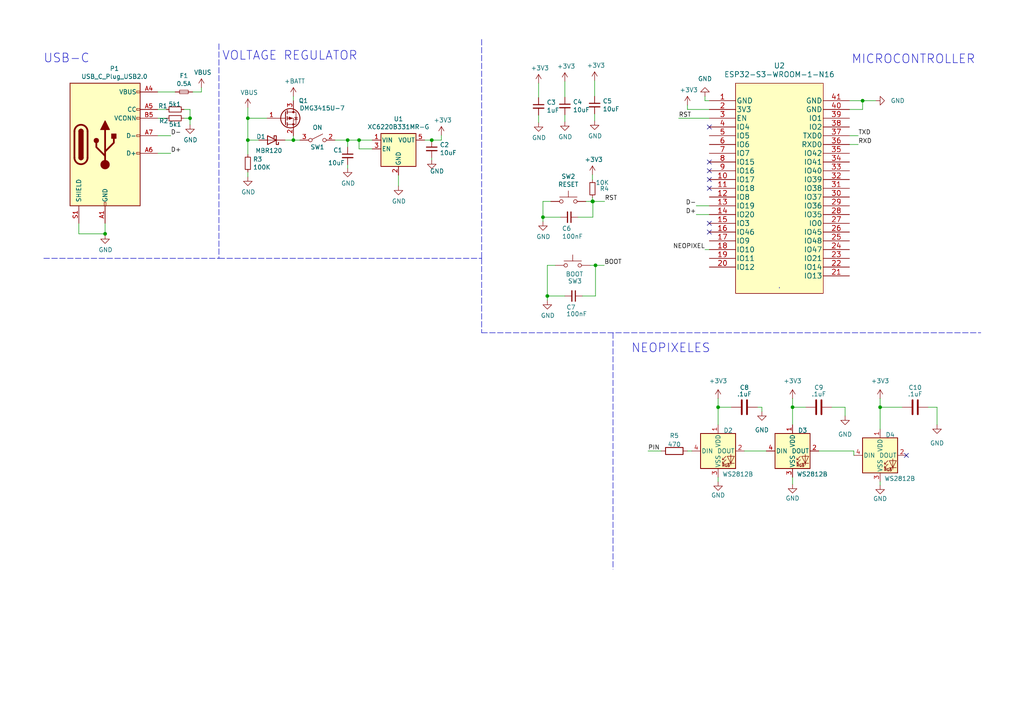
<source format=kicad_sch>
(kicad_sch (version 20231120) (generator "eeschema") (generator_version "8.0")
  (paper "A4")
  (lib_symbols
    (symbol "+3V3_1" (power) (pin_numbers hide) (pin_names (offset 0) hide)
      (property "Value" "+3V3" (at 0 3.556 0))
      (symbol "+3V3_1_0_1"
        (polyline (pts (xy -0.762 1.27) (xy 0 2.54)))
        (polyline (pts (xy 0 0) (xy 0 2.54)))
        (polyline (pts (xy 0 2.54) (xy 0.762 1.27)))
      )
      (symbol "+3V3_1_1_1"
        (pin power_in line (at 0 0 90) (length 0) (name "~") (number "1"))
      )
    )
    (symbol "Device:C" (pin_numbers hide) (pin_names (offset 0.254))
      (property "Reference" "C" (at 0.635 2.54 0))
      (property "Value" "C" (at 0.635 -2.54 0))
      (symbol "C_0_1"
        (polyline (pts (xy -2.032 -0.762) (xy 2.032 -0.762)) (stroke (width 0.508)))
        (polyline (pts (xy -2.032 0.762) (xy 2.032 0.762)) (stroke (width 0.508)))
      )
      (symbol "C_1_1"
        (pin passive line (at 0 3.81 270) (length 2.794) (name "~") (number "1"))
        (pin passive line (at 0 -3.81 90) (length 2.794) (name "~") (number "2"))
      )
    )
    (symbol "Device:C_Small" (pin_numbers hide) (pin_names (offset 0.254) hide)
      (property "Reference" "C" (at 0.254 1.778 0))
      (property "Value" "C_Small" (at 0.254 -2.032 0))
      (symbol "C_Small_0_1"
        (polyline (pts (xy -1.524 -0.508) (xy 1.524 -0.508)) (stroke (width 0.3302)))
        (polyline (pts (xy -1.524 0.508) (xy 1.524 0.508)) (stroke (width 0.3048)))
      )
      (symbol "C_Small_1_1"
        (pin passive line (at 0 2.54 270) (length 2.032) (name "~") (number "1"))
        (pin passive line (at 0 -2.54 90) (length 2.032) (name "~") (number "2"))
      )
    )
    (symbol "Device:Fuse_Small" (pin_numbers hide) (pin_names (offset 0.254) hide)
      (property "Reference" "F" (at 0 -1.524 0))
      (property "Value" "Fuse_Small" (at 0 1.524 0))
      (symbol "Fuse_Small_0_1"
        (rectangle (start -1.27 0.508) (end 1.27 -0.508))
        (polyline (pts (xy -1.27 0) (xy 1.27 0)))
      )
      (symbol "Fuse_Small_1_1"
        (pin passive line (at -2.54 0 0) (length 1.27) (name "~") (number "1"))
        (pin passive line (at 2.54 0 180) (length 1.27) (name "~") (number "2"))
      )
    )
    (symbol "Device:Q_PMOS_GSD" (pin_names (offset 0) hide)
      (property "Reference" "Q" (at 5.08 1.27 0))
      (property "Value" "Q_PMOS_GSD" (at 5.08 -1.27 0))
      (symbol "Q_PMOS_GSD_0_1"
        (polyline (pts (xy 0.254 0) (xy -2.54 0)))
        (polyline (pts (xy 0.254 1.905) (xy 0.254 -1.905)) (stroke (width 0.254)))
        (polyline (pts (xy 0.762 -1.27) (xy 0.762 -2.286)) (stroke (width 0.254)))
        (polyline (pts (xy 0.762 0.508) (xy 0.762 -0.508)) (stroke (width 0.254)))
        (polyline (pts (xy 0.762 2.286) (xy 0.762 1.27)) (stroke (width 0.254)))
        (polyline (pts (xy 2.54 2.54) (xy 2.54 1.778)))
        (polyline (pts (xy 2.54 -2.54) (xy 2.54 0) (xy 0.762 0)))
        (polyline (pts (xy 0.762 1.778) (xy 3.302 1.778) (xy 3.302 -1.778) (xy 0.762 -1.778)))
        (polyline (pts (xy 2.286 0) (xy 1.27 0.381) (xy 1.27 -0.381) (xy 2.286 0)) (fill (type outline)))
        (polyline (pts (xy 2.794 -0.508) (xy 2.921 -0.381) (xy 3.683 -0.381) (xy 3.81 -0.254)))
        (polyline (pts (xy 3.302 -0.381) (xy 2.921 0.254) (xy 3.683 0.254) (xy 3.302 -0.381)))
        (circle (center 1.651 0) (radius 2.794) (stroke (width 0.254)))
        (circle (center 2.54 -1.778) (radius 0.254) (fill (type outline)))
        (circle (center 2.54 1.778) (radius 0.254) (fill (type outline)))
      )
      (symbol "Q_PMOS_GSD_1_1"
        (pin input line (at -5.08 0 0) (length 2.54) (name "G") (number "1"))
        (pin passive line (at 2.54 -5.08 90) (length 2.54) (name "S") (number "2"))
        (pin passive line (at 2.54 5.08 270) (length 2.54) (name "D") (number "3"))
      )
    )
    (symbol "Device:R" (pin_numbers hide) (pin_names (offset 0))
      (property "Reference" "R" (at 2.032 0 90))
      (property "Value" "R" (at 0 0 90))
      (symbol "R_0_1"
        (rectangle (start -1.016 -2.54) (end 1.016 2.54) (stroke (width 0.254)))
      )
      (symbol "R_1_1"
        (pin passive line (at 0 3.81 270) (length 1.27) (name "~") (number "1"))
        (pin passive line (at 0 -3.81 90) (length 1.27) (name "~") (number "2"))
      )
    )
    (symbol "Device:R_Small" (pin_numbers hide) (pin_names (offset 0.254) hide)
      (property "Reference" "R" (at 0.762 0.508 0))
      (property "Value" "R_Small" (at 0.762 -1.016 0))
      (symbol "R_Small_0_1"
        (rectangle (start -0.762 1.778) (end 0.762 -1.778) (stroke (width 0.2032)))
      )
      (symbol "R_Small_1_1"
        (pin passive line (at 0 2.54 270) (length 0.762) (name "~") (number "1"))
        (pin passive line (at 0 -2.54 90) (length 0.762) (name "~") (number "2"))
      )
    )
    (symbol "Diode:MBR340" (pin_numbers hide) (pin_names (offset 1.016) hide)
      (property "Reference" "D" (at 0 2.54 0))
      (property "Value" "MBR340" (at 0 -2.54 0))
      (symbol "MBR340_0_1"
        (polyline (pts (xy 1.27 0) (xy -1.27 0)))
        (polyline (pts (xy 1.27 1.27) (xy 1.27 -1.27) (xy -1.27 0) (xy 1.27 1.27)) (stroke (width 0.254)))
        (polyline (pts (xy -1.905 0.635) (xy -1.905 1.27) (xy -1.27 1.27) (xy -1.27 -1.27) (xy -0.635 -1.27) (xy -0.635 -0.635)) (stroke (width 0.254)))
      )
      (symbol "MBR340_1_1"
        (pin passive line (at -3.81 0 0) (length 2.54) (name "K") (number "1"))
        (pin passive line (at 3.81 0 180) (length 2.54) (name "A") (number "2"))
      )
    )
    (symbol "ESP32-S3-WROOM:ESP32-S3-WROOM-1-N8" (pin_names (offset 0.254))
      (property "Reference" "U1" (at 20.32 11.43 0))
      (property "Value" "ESP32-S3-WROOM-1U-N16" (at 20.32 7.62 0))
      (symbol "ESP32-S3-WROOM-1-N8_1_1"
        (polyline (pts (xy 7.62 -55.88) (xy 33.02 -55.88)) (stroke (width 0.127)))
        (polyline (pts (xy 7.62 5.08) (xy 7.62 -55.88)) (stroke (width 0.127)) (fill (type background)))
        (polyline (pts (xy 33.02 -55.88) (xy 33.02 5.08)) (stroke (width 0.127)))
        (polyline (pts (xy 33.02 5.08) (xy 7.62 5.08)) (stroke (width 0.127)))
        (rectangle (start 7.62 5.08) (end 33.02 -55.88) (fill (type background)))
        (pin power_in line (at 0 0 0) (length 7.62) (name "GND") (number "1"))
        (pin bidirectional line (at 0 -22.86 0) (length 7.62) (name "IO17") (number "10"))
        (pin bidirectional line (at 0 -25.4 0) (length 7.62) (name "IO18") (number "11"))
        (pin bidirectional line (at 0 -27.94 0) (length 7.62) (name "IO8") (number "12"))
        (pin bidirectional line (at 0 -30.48 0) (length 7.62) (name "IO19") (number "13"))
        (pin bidirectional line (at 0 -33.02 0) (length 7.62) (name "IO20") (number "14"))
        (pin bidirectional line (at 0 -35.56 0) (length 7.62) (name "IO3") (number "15"))
        (pin bidirectional line (at 0 -38.1 0) (length 7.62) (name "IO46") (number "16"))
        (pin bidirectional line (at 0 -40.64 0) (length 7.62) (name "IO9") (number "17"))
        (pin bidirectional line (at 0 -43.18 0) (length 7.62) (name "IO10") (number "18"))
        (pin bidirectional line (at 0 -45.72 0) (length 7.62) (name "IO11") (number "19"))
        (pin power_in line (at 0 -2.54 0) (length 7.62) (name "3V3") (number "2"))
        (pin bidirectional line (at 0 -48.26 0) (length 7.62) (name "IO12") (number "20"))
        (pin bidirectional line (at 40.64 -50.8 180) (length 7.62) (name "IO13") (number "21"))
        (pin bidirectional line (at 40.64 -48.26 180) (length 7.62) (name "IO14") (number "22"))
        (pin bidirectional line (at 40.64 -45.72 180) (length 7.62) (name "IO21") (number "23"))
        (pin bidirectional line (at 40.64 -43.18 180) (length 7.62) (name "IO47") (number "24"))
        (pin bidirectional line (at 40.64 -40.64 180) (length 7.62) (name "IO48") (number "25"))
        (pin bidirectional line (at 40.64 -38.1 180) (length 7.62) (name "IO45") (number "26"))
        (pin bidirectional line (at 40.64 -35.56 180) (length 7.62) (name "IO0") (number "27"))
        (pin bidirectional line (at 40.64 -33.02 180) (length 7.62) (name "IO35") (number "28"))
        (pin bidirectional line (at 40.64 -30.48 180) (length 7.62) (name "IO36") (number "29"))
        (pin input line (at 0 -5.08 0) (length 7.62) (name "EN") (number "3"))
        (pin bidirectional line (at 40.64 -27.94 180) (length 7.62) (name "IO37") (number "30"))
        (pin bidirectional line (at 40.64 -25.4 180) (length 7.62) (name "IO38") (number "31"))
        (pin bidirectional line (at 40.64 -22.86 180) (length 7.62) (name "IO39") (number "32"))
        (pin bidirectional line (at 40.64 -20.32 180) (length 7.62) (name "IO40") (number "33"))
        (pin bidirectional line (at 40.64 -17.78 180) (length 7.62) (name "IO41") (number "34"))
        (pin bidirectional line (at 40.64 -15.24 180) (length 7.62) (name "IO42") (number "35"))
        (pin bidirectional line (at 40.64 -12.7 180) (length 7.62) (name "RXD0") (number "36"))
        (pin bidirectional line (at 40.64 -10.16 180) (length 7.62) (name "TXD0") (number "37"))
        (pin bidirectional line (at 40.64 -7.62 180) (length 7.62) (name "IO2") (number "38"))
        (pin bidirectional line (at 40.64 -5.08 180) (length 7.62) (name "IO1") (number "39"))
        (pin bidirectional line (at 0 -7.62 0) (length 7.62) (name "IO4") (number "4"))
        (pin power_in line (at 40.64 -2.54 180) (length 7.62) (name "GND") (number "40"))
        (pin power_in line (at 40.64 0 180) (length 7.62) (name "GND") (number "41"))
        (pin bidirectional line (at 0 -10.16 0) (length 7.62) (name "IO5") (number "5"))
        (pin bidirectional line (at 0 -12.7 0) (length 7.62) (name "IO6") (number "6"))
        (pin bidirectional line (at 0 -15.24 0) (length 7.62) (name "IO7") (number "7"))
        (pin bidirectional line (at 0 -17.78 0) (length 7.62) (name "IO15") (number "8"))
        (pin bidirectional line (at 0 -20.32 0) (length 7.62) (name "IO16") (number "9"))
      )
    )
    (symbol "GND_11" (power) (pin_names (offset 0))
      (property "Value" "GND_11" (at 0 -3.81 0))
      (symbol "GND_11_0_1"
        (polyline (pts (xy 0 0) (xy 0 -1.27) (xy 1.27 -1.27) (xy 0 -2.54) (xy -1.27 -1.27) (xy 0 -1.27)))
      )
      (symbol "GND_11_1_1"
        (pin power_in line (at 0 0 270) (length 0) hide (name "GND") (number "1"))
      )
    )
    (symbol "GND_12" (power) (pin_names (offset 0))
      (property "Value" "GND_12" (at 0 -3.81 0))
      (symbol "GND_12_0_1"
        (polyline (pts (xy 0 0) (xy 0 -1.27) (xy 1.27 -1.27) (xy 0 -2.54) (xy -1.27 -1.27) (xy 0 -1.27)))
      )
      (symbol "GND_12_1_1"
        (pin power_in line (at 0 0 270) (length 0) hide (name "GND") (number "1"))
      )
    )
    (symbol "GND_13" (power) (pin_names (offset 0))
      (property "Value" "GND_13" (at 0 -3.81 0))
      (symbol "GND_13_0_1"
        (polyline (pts (xy 0 0) (xy 0 -1.27) (xy 1.27 -1.27) (xy 0 -2.54) (xy -1.27 -1.27) (xy 0 -1.27)))
      )
      (symbol "GND_13_1_1"
        (pin power_in line (at 0 0 270) (length 0) hide (name "GND") (number "1"))
      )
    )
    (symbol "GND_14" (power) (pin_names (offset 0))
      (property "Value" "GND_14" (at 0 -3.81 0))
      (symbol "GND_14_0_1"
        (polyline (pts (xy 0 0) (xy 0 -1.27) (xy 1.27 -1.27) (xy 0 -2.54) (xy -1.27 -1.27) (xy 0 -1.27)))
      )
      (symbol "GND_14_1_1"
        (pin power_in line (at 0 0 270) (length 0) hide (name "GND") (number "1"))
      )
    )
    (symbol "GND_15" (power) (pin_names (offset 0))
      (property "Value" "GND_15" (at 0 -3.81 0))
      (symbol "GND_15_0_1"
        (polyline (pts (xy 0 0) (xy 0 -1.27) (xy 1.27 -1.27) (xy 0 -2.54) (xy -1.27 -1.27) (xy 0 -1.27)))
      )
      (symbol "GND_15_1_1"
        (pin power_in line (at 0 0 270) (length 0) hide (name "GND") (number "1"))
      )
    )
    (symbol "GND_16" (power) (pin_names (offset 0))
      (property "Value" "GND_16" (at 0 -3.81 0))
      (symbol "GND_16_0_1"
        (polyline (pts (xy 0 0) (xy 0 -1.27) (xy 1.27 -1.27) (xy 0 -2.54) (xy -1.27 -1.27) (xy 0 -1.27)))
      )
      (symbol "GND_16_1_1"
        (pin power_in line (at 0 0 270) (length 0) hide (name "GND") (number "1"))
      )
    )
    (symbol "HunterCat-NFC-rescue:AP2112K-3.3-Regulator_Linear" (pin_names (offset 0.254))
      (property "Reference" "U" (at -5.08 5.715 0))
      (property "Value" "AP2112K-3.3-Regulator_Linear" (at 0 5.715 0))
      (symbol "AP2112K-3.3-Regulator_Linear_0_1"
        (rectangle (start -5.08 4.445) (end 5.08 -5.08) (stroke (width 0.254)) (fill (type background)))
      )
      (symbol "AP2112K-3.3-Regulator_Linear_1_1"
        (pin power_in line (at -7.62 2.54 0) (length 2.54) (name "VIN") (number "1"))
        (pin power_in line (at 0 -7.62 90) (length 2.54) (name "GND") (number "2"))
        (pin input line (at -7.62 0 0) (length 2.54) (name "EN") (number "3"))
        (pin no_connect line (at 7.62 0 180) (length 2.54) hide (name "NC") (number "4"))
        (pin power_out line (at 7.62 2.54 180) (length 2.54) (name "VOUT") (number "5"))
      )
    )
    (symbol "HunterCat-NFC-rescue:USB_C_Plug_USB2.0-Connector" (pin_names (offset 1.016))
      (property "Reference" "P" (at -10.16 19.05 0))
      (property "Value" "USB_C_Plug_USB2.0-Connector" (at 12.7 19.05 0))
      (symbol "USB_C_Plug_USB2.0-Connector_0_0"
        (rectangle (start -0.254 -17.78) (end 0.254 -16.764))
        (rectangle (start 10.16 -2.286) (end 9.144 -2.794))
        (rectangle (start 10.16 2.794) (end 9.144 2.286))
        (rectangle (start 10.16 7.874) (end 9.144 7.366))
        (rectangle (start 10.16 10.414) (end 9.144 9.906))
        (rectangle (start 10.16 15.494) (end 9.144 14.986))
      )
      (symbol "USB_C_Plug_USB2.0-Connector_0_1"
        (rectangle (start -10.16 17.78) (end 10.16 -17.78) (stroke (width 0.254)) (fill (type background)))
        (arc (start -8.89 -3.81) (mid -6.985 -5.7067) (end -5.08 -3.81) (stroke (width 0.508)))
        (arc (start -7.62 -3.81) (mid -6.985 -4.4423) (end -6.35 -3.81) (stroke (width 0.254)))
        (arc (start -7.62 -3.81) (mid -6.985 -4.4423) (end -6.35 -3.81) (stroke (width 0.254)) (fill (type outline)))
        (rectangle (start -7.62 -3.81) (end -6.35 3.81) (stroke (width 0.254)) (fill (type outline)))
        (arc (start -6.35 3.81) (mid -6.985 4.4423) (end -7.62 3.81) (stroke (width 0.254)))
        (arc (start -6.35 3.81) (mid -6.985 4.4423) (end -7.62 3.81) (stroke (width 0.254)) (fill (type outline)))
        (arc (start -5.08 3.81) (mid -6.985 5.7067) (end -8.89 3.81) (stroke (width 0.508)))
        (circle (center -2.54 1.143) (radius 0.635) (stroke (width 0.254)) (fill (type outline)))
        (circle (center 0 -5.842) (radius 1.27) (fill (type outline)))
        (polyline (pts (xy -8.89 -3.81) (xy -8.89 3.81)) (stroke (width 0.508)))
        (polyline (pts (xy -5.08 3.81) (xy -5.08 -3.81)) (stroke (width 0.508)))
        (polyline (pts (xy 0 -5.842) (xy 0 4.318)) (stroke (width 0.508)))
        (polyline (pts (xy 0 -3.302) (xy -2.54 -0.762) (xy -2.54 0.508)) (stroke (width 0.508)))
        (polyline (pts (xy 0 -2.032) (xy 2.54 0.508) (xy 2.54 1.778)) (stroke (width 0.508)))
        (polyline (pts (xy -1.27 4.318) (xy 0 6.858) (xy 1.27 4.318) (xy -1.27 4.318)) (stroke (width 0.254)) (fill (type outline)))
        (rectangle (start 1.905 1.778) (end 3.175 3.048) (stroke (width 0.254)) (fill (type outline)))
      )
      (symbol "USB_C_Plug_USB2.0-Connector_1_1"
        (pin power_in line (at 0 -22.86 90) (length 5.08) (name "GND") (number "A1"))
        (pin passive line (at 0 -22.86 90) (length 5.08) hide (name "GND") (number "A12"))
        (pin power_in line (at 15.24 15.24 180) (length 5.08) (name "VBUS") (number "A4"))
        (pin bidirectional line (at 15.24 10.16 180) (length 5.08) (name "CC") (number "A5"))
        (pin bidirectional line (at 15.24 -2.54 180) (length 5.08) (name "D+") (number "A6"))
        (pin bidirectional line (at 15.24 2.54 180) (length 5.08) (name "D-") (number "A7"))
        (pin passive line (at 15.24 15.24 180) (length 5.08) hide (name "VBUS") (number "A9"))
        (pin passive line (at 0 -22.86 90) (length 5.08) hide (name "GND") (number "B1"))
        (pin passive line (at 0 -22.86 90) (length 5.08) hide (name "GND") (number "B12"))
        (pin passive line (at 15.24 15.24 180) (length 5.08) hide (name "VBUS") (number "B4"))
        (pin bidirectional line (at 15.24 7.62 180) (length 5.08) (name "VCONN") (number "B5"))
        (pin passive line (at 15.24 15.24 180) (length 5.08) hide (name "VBUS") (number "B9"))
        (pin passive line (at -7.62 -22.86 90) (length 5.08) (name "SHIELD") (number "S1"))
      )
    )
    (symbol "LED:WS2812B" (pin_names (offset 0.254))
      (property "Reference" "D" (at 5.08 5.715 0))
      (property "Value" "WS2812B" (at 1.27 -5.715 0))
      (symbol "WS2812B_0_0"
        (text "RGB" (at 2.286 -4.191 0) (effects (font (size 0.762 0.762))))
      )
      (symbol "WS2812B_0_1"
        (polyline (pts (xy 1.27 -3.556) (xy 1.778 -3.556)))
        (polyline (pts (xy 1.27 -2.54) (xy 1.778 -2.54)))
        (polyline (pts (xy 4.699 -3.556) (xy 2.667 -3.556)))
        (polyline (pts (xy 2.286 -2.54) (xy 1.27 -3.556) (xy 1.27 -3.048)))
        (polyline (pts (xy 2.286 -1.524) (xy 1.27 -2.54) (xy 1.27 -2.032)))
        (polyline (pts (xy 3.683 -1.016) (xy 3.683 -3.556) (xy 3.683 -4.064)))
        (polyline (pts (xy 4.699 -1.524) (xy 2.667 -1.524) (xy 3.683 -3.556) (xy 4.699 -1.524)))
        (rectangle (start 5.08 5.08) (end -5.08 -5.08) (stroke (width 0.254)) (fill (type background)))
      )
      (symbol "WS2812B_1_1"
        (pin power_in line (at 0 7.62 270) (length 2.54) (name "VDD") (number "1"))
        (pin output line (at 7.62 0 180) (length 2.54) (name "DOUT") (number "2"))
        (pin power_in line (at 0 -7.62 90) (length 2.54) (name "VSS") (number "3"))
        (pin input line (at -7.62 0 0) (length 2.54) (name "DIN") (number "4"))
      )
    )
    (symbol "Switch:SW_Push" (pin_numbers hide) (pin_names (offset 1.016) hide)
      (property "Reference" "SW" (at 1.27 2.54 0))
      (property "Value" "SW_Push" (at 0 -1.524 0))
      (symbol "SW_Push_0_1"
        (circle (center -2.032 0) (radius 0.508))
        (polyline (pts (xy 0 1.27) (xy 0 3.048)))
        (polyline (pts (xy 2.54 1.27) (xy -2.54 1.27)))
        (circle (center 2.032 0) (radius 0.508))
        (pin passive line (at -5.08 0 0) (length 2.54) (name "1") (number "1"))
        (pin passive line (at 5.08 0 180) (length 2.54) (name "2") (number "2"))
      )
    )
    (symbol "Switch:SW_SPST" (pin_names (offset 0) hide)
      (property "Reference" "SW1" (at 0 -2.032 0))
      (property "Value" "ON" (at 0 3.6576 0))
      (symbol "SW_SPST_0_0"
        (circle (center -2.032 0) (radius 0.508))
        (polyline (pts (xy -1.524 0.254) (xy 1.524 1.778)))
        (circle (center 2.032 0) (radius 0.508))
      )
      (symbol "SW_SPST_1_1"
        (pin passive line (at 5.08 0 180) (length 2.54) (name "B") (number "2"))
        (pin passive line (at -5.08 0 0) (length 2.54) (name "A") (number "3"))
      )
    )
    (symbol "power:+3V3" (power) (pin_names (offset 0))
      (property "Value" "+3V3" (at 0 3.556 0))
      (symbol "+3V3_0_1"
        (polyline (pts (xy -0.762 1.27) (xy 0 2.54)))
        (polyline (pts (xy 0 0) (xy 0 2.54)))
        (polyline (pts (xy 0 2.54) (xy 0.762 1.27)))
      )
      (symbol "+3V3_1_1"
        (pin power_in line (at 0 0 90) (length 0) hide (name "+3V3") (number "1"))
      )
    )
    (symbol "power:+BATT" (power) (pin_names (offset 0))
      (property "Value" "+BATT" (at 0 3.556 0))
      (symbol "+BATT_0_1"
        (polyline (pts (xy -0.762 1.27) (xy 0 2.54)))
        (polyline (pts (xy 0 0) (xy 0 2.54)))
        (polyline (pts (xy 0 2.54) (xy 0.762 1.27)))
      )
      (symbol "+BATT_1_1"
        (pin power_in line (at 0 0 90) (length 0) hide (name "+BATT") (number "1"))
      )
    )
    (symbol "power:GND" (power) (pin_names (offset 0))
      (property "Value" "GND" (at 0 -3.81 0))
      (symbol "GND_0_1"
        (polyline (pts (xy 0 0) (xy 0 -1.27) (xy 1.27 -1.27) (xy 0 -2.54) (xy -1.27 -1.27) (xy 0 -1.27)))
      )
      (symbol "GND_1_1"
        (pin power_in line (at 0 0 270) (length 0) hide (name "GND") (number "1"))
      )
    )
    (symbol "power:VBUS" (power) (pin_names (offset 0))
      (property "Value" "VBUS" (at 0 3.81 0))
      (symbol "VBUS_0_1"
        (polyline (pts (xy -0.762 1.27) (xy 0 2.54)))
        (polyline (pts (xy 0 0) (xy 0 2.54)))
        (polyline (pts (xy 0 2.54) (xy 0.762 1.27)))
      )
      (symbol "VBUS_1_1"
        (pin power_in line (at 0 0 90) (length 0) hide (name "VBUS") (number "1"))
      )
    )
  )
  (junction (at 172.72 76.962))
  (junction (at 71.882 34.29))
  (junction (at 125.222 40.64))
  (junction (at 250.19 29.21))
  (junction (at 85.09 40.64))
  (junction (at 171.831 58.42))
  (junction (at 30.48 67.818))
  (junction (at 157.48 62.992))
  (junction (at 55.118 34.29))
  (junction (at 71.882 40.64))
  (junction (at 208.28 118.11))
  (junction (at 171.9584 58.42))
  (junction (at 229.87 118.11))
  (junction (at 104.14 40.64))
  (junction (at 158.75 85.852))
  (junction (at 255.27 118.11))
  (junction (at 100.838 40.64))
  (no_connect (at 205.74 46.99))
  (no_connect (at 205.74 64.77))
  (no_connect (at 205.74 54.61))
  (no_connect (at 205.74 52.07))
  (no_connect (at 205.74 67.31))
  (no_connect (at 262.89 132.08))
  (no_connect (at 205.74 36.83))
  (no_connect (at 205.74 49.53))
  (wire (pts (xy 71.882 40.64) (xy 71.882 34.29)))
  (wire (pts (xy 172.466 23.368) (xy 172.466 27.94)))
  (wire (pts (xy 255.27 139.7) (xy 255.27 140.716)))
  (wire (pts (xy 199.39 130.81) (xy 200.66 130.81)))
  (wire (pts (xy 255.27 115.57) (xy 255.27 118.11)))
  (wire (pts (xy 220.98 118.11) (xy 219.71 118.11)))
  (wire (pts (xy 229.87 118.11) (xy 229.87 123.19)))
  (wire (pts (xy 71.882 34.29) (xy 71.882 31.242)))
  (wire (pts (xy 171.9584 58.42) (xy 175.387 58.42)))
  (wire (pts (xy 30.48 67.818) (xy 30.48 68.072)))
  (wire (pts (xy 204.47 29.21) (xy 204.47 27.94)))
  (wire (pts (xy 172.72 76.962) (xy 175.26 76.962)))
  (wire (pts (xy 246.38 29.21) (xy 250.19 29.21)))
  (wire (pts (xy 247.65 130.81) (xy 237.49 130.81)))
  (wire (pts (xy 123.19 40.64) (xy 125.222 40.64)))
  (wire (pts (xy 104.14 43.18) (xy 104.14 40.64)))
  (wire (pts (xy 45.72 31.75) (xy 48.26 31.75)))
  (wire (pts (xy 45.72 26.67) (xy 50.8 26.67)))
  (wire (pts (xy 158.75 85.852) (xy 158.75 87.122)))
  (wire (pts (xy 205.74 29.21) (xy 204.47 29.21)))
  (wire (pts (xy 115.57 50.8) (xy 115.57 53.975)))
  (wire (pts (xy 245.11 118.11) (xy 241.3 118.11)))
  (wire (pts (xy 100.838 47.752) (xy 100.838 48.768)))
  (wire (pts (xy 53.34 34.29) (xy 55.118 34.29)))
  (wire (pts (xy 159.766 58.42) (xy 157.48 58.42)))
  (wire (pts (xy 97.155 40.64) (xy 100.838 40.64)))
  (wire (pts (xy 255.27 118.11) (xy 261.62 118.11)))
  (wire (pts (xy 171.831 50.673) (xy 171.831 52.197)))
  (wire (pts (xy 158.75 76.962) (xy 158.75 85.852)))
  (wire (pts (xy 71.882 49.911) (xy 71.882 51.308)))
  (polyline (pts (xy 139.7 96.52) (xy 284.48 96.52)) (stroke (width 0) (type dash)))
  (wire (pts (xy 271.78 118.11) (xy 269.24 118.11)))
  (wire (pts (xy 255.27 118.11) (xy 255.27 124.46)))
  (polyline (pts (xy 226.06 83.566) (xy 226.06 83.312)))
  (wire (pts (xy 163.83 33.274) (xy 163.83 35.306)))
  (wire (pts (xy 161.036 76.962) (xy 158.75 76.962)))
  (wire (pts (xy 208.28 118.11) (xy 208.28 123.19)))
  (wire (pts (xy 246.38 31.75) (xy 250.19 31.75)))
  (wire (pts (xy 167.64 62.992) (xy 171.9584 62.992)))
  (wire (pts (xy 85.09 40.64) (xy 82.677 40.64)))
  (wire (pts (xy 168.91 85.852) (xy 172.72 85.852)))
  (wire (pts (xy 172.72 85.852) (xy 172.72 76.962)))
  (wire (pts (xy 86.995 40.64) (xy 85.09 40.64)))
  (wire (pts (xy 250.19 31.75) (xy 250.19 29.21)))
  (wire (pts (xy 169.926 58.42) (xy 171.831 58.42)))
  (wire (pts (xy 125.222 40.64) (xy 128.016 40.64)))
  (wire (pts (xy 157.48 62.992) (xy 162.56 62.992)))
  (wire (pts (xy 229.87 118.11) (xy 233.68 118.11)))
  (wire (pts (xy 77.47 34.29) (xy 71.882 34.29)))
  (wire (pts (xy 58.42 26.67) (xy 58.42 25.4)))
  (wire (pts (xy 85.09 39.37) (xy 85.09 40.64)))
  (wire (pts (xy 208.28 118.11) (xy 212.09 118.11)))
  (wire (pts (xy 171.196 76.962) (xy 172.72 76.962)))
  (wire (pts (xy 45.72 44.45) (xy 49.53 44.45)))
  (wire (pts (xy 250.19 29.21) (xy 254 29.21)))
  (wire (pts (xy 45.72 39.37) (xy 49.53 39.37)))
  (wire (pts (xy 22.86 64.77) (xy 22.86 67.818)))
  (polyline (pts (xy 139.7 74.93) (xy 139.7 96.52)) (stroke (width 0) (type dash)))
  (wire (pts (xy 208.28 139.7) (xy 208.28 138.43)))
  (wire (pts (xy 196.85 34.29) (xy 205.74 34.29)))
  (wire (pts (xy 104.14 43.18) (xy 107.95 43.18)))
  (wire (pts (xy 156.21 33.401) (xy 156.21 35.56)))
  (wire (pts (xy 55.88 26.67) (xy 58.42 26.67)))
  (wire (pts (xy 171.9584 62.992) (xy 171.9584 58.42)))
  (polyline (pts (xy 12.7 74.93) (xy 63.5 74.93)) (stroke (width 0) (type dash)))
  (wire (pts (xy 100.838 42.672) (xy 100.838 40.64)))
  (wire (pts (xy 204.47 72.39) (xy 205.74 72.39)))
  (polyline (pts (xy 139.7 11.43) (xy 139.7 74.93)) (stroke (width 0) (type dash)))
  (wire (pts (xy 220.98 119.38) (xy 220.98 118.11)))
  (wire (pts (xy 229.87 115.57) (xy 229.87 118.11)))
  (polyline (pts (xy 177.8 96.52) (xy 177.8 165.1)) (stroke (width 0) (type dash)))
  (wire (pts (xy 205.74 31.75) (xy 199.39 31.75)))
  (wire (pts (xy 171.831 58.42) (xy 171.9584 58.42)))
  (wire (pts (xy 22.86 67.818) (xy 30.48 67.818)))
  (wire (pts (xy 199.39 31.75) (xy 199.39 30.48)))
  (wire (pts (xy 75.057 40.64) (xy 71.882 40.64)))
  (wire (pts (xy 45.72 34.29) (xy 48.26 34.29)))
  (wire (pts (xy 201.93 62.23) (xy 205.74 62.23)))
  (wire (pts (xy 201.93 59.69) (xy 205.74 59.69)))
  (wire (pts (xy 55.118 34.29) (xy 55.118 36.195)))
  (polyline (pts (xy 63.5 74.93) (xy 139.7 74.93)) (stroke (width 0) (type dash)))
  (wire (pts (xy 247.65 132.08) (xy 247.65 130.81)))
  (wire (pts (xy 156.21 24.13) (xy 156.21 28.321)))
  (wire (pts (xy 229.87 138.43) (xy 229.87 140.462)))
  (wire (pts (xy 171.831 57.277) (xy 171.831 58.42)))
  (wire (pts (xy 208.28 115.57) (xy 208.28 118.11)))
  (wire (pts (xy 71.882 40.64) (xy 71.882 44.831)))
  (wire (pts (xy 104.14 40.64) (xy 107.95 40.64)))
  (wire (pts (xy 53.34 31.75) (xy 55.118 31.75)))
  (wire (pts (xy 163.83 23.622) (xy 163.83 28.194)))
  (wire (pts (xy 158.75 85.852) (xy 163.83 85.852)))
  (wire (pts (xy 245.11 120.65) (xy 245.11 118.11)))
  (wire (pts (xy 271.78 123.19) (xy 271.78 118.11)))
  (wire (pts (xy 157.48 62.992) (xy 157.48 64.262)))
  (wire (pts (xy 157.48 58.42) (xy 157.48 62.992)))
  (wire (pts (xy 172.466 33.02) (xy 172.466 35.052)))
  (wire (pts (xy 215.9 130.81) (xy 222.25 130.81)))
  (wire (pts (xy 246.38 41.91) (xy 248.92 41.91)))
  (polyline (pts (xy 63.5 12.7) (xy 63.5 74.93)) (stroke (width 0) (type dash)))
  (wire (pts (xy 191.77 130.81) (xy 187.96 130.81)))
  (wire (pts (xy 100.838 40.64) (xy 104.14 40.64)))
  (wire (pts (xy 85.09 29.21) (xy 85.09 27.94)))
  (wire (pts (xy 246.38 39.37) (xy 248.92 39.37)))
  (wire (pts (xy 128.016 40.64) (xy 128.016 39.243)))
  (wire (pts (xy 55.118 31.75) (xy 55.118 34.29)))
  (wire (pts (xy 125.222 45.72) (xy 125.222 46.355)))
  (wire (pts (xy 30.48 64.77) (xy 30.48 67.818)))
  (text "VOLTAGE REGULATOR" (at 84.074 16.256 0) (effects (font (size 2.54 2.54))))
  (text "MICROCONTROLLER" (at 264.922 17.272 0) (effects (font (size 2.54 2.54))))
  (text "USB-C" (at 19.304 17.018 0) (effects (font (size 2.54 2.54))))
  (text "NEOPIXELES" (at 194.564 101.092 0) (effects (font (size 2.54 2.54))))
  (label "PIN" (at 187.96 130.81 0))
  (label "NEOPIXEL" (at 204.47 72.39 180))
  (label "RST" (at 175.387 58.42 0))
  (label "RXD" (at 248.92 41.91 0))
  (label "D+" (at 49.53 44.45 0))
  (label "D-" (at 201.93 59.69 180))
  (label "D+" (at 201.93 62.23 180))
  (label "TXD" (at 248.92 39.37 0))
  (label "D-" (at 49.53 39.37 0))
  (label "RST" (at 196.85 34.29 0))
  (label "BOOT" (at 175.26 76.962 0))
  (symbol (lib_id "power:GND") (at 156.21 35.56 0) (unit 1)
    (property "Reference" "#PWR015" (effects (hide yes)))
    (property "Value" "GND" (at 156.337 39.9542 0))
  )
  (symbol (lib_name "GND_14") (lib_id "power:GND") (at 271.78 123.19 0) (unit 1)
    (property "Reference" "#PWR028" (effects (hide yes)))
    (property "Value" "GND" (at 271.78 128.524 0))
  )
  (symbol (lib_name "+3V3_1") (lib_id "power:+3V3") (at 229.87 115.57 0) (unit 1)
    (property "Reference" "#PWR030" (effects (hide yes)))
    (property "Value" "+3V3" (at 229.87 110.49 0))
    (property "Description" "Power symbol creates a global label with name \"+3V3\"" (effects (hide yes)))
  )
  (symbol (lib_name "GND_11") (lib_id "power:GND") (at 208.28 139.7 0) (unit 1)
    (property "Reference" "#PWR023" (effects (hide yes)))
    (property "Value" "GND" (at 208.28 143.637 0))
  )
  (symbol (lib_id "power:GND") (at 30.48 68.072 0) (unit 1)
    (property "Reference" "#PWR01" (effects (hide yes)))
    (property "Value" "GND" (at 30.607 72.4662 0))
  )
  (symbol (lib_id "power:GND") (at 204.47 27.94 180) (unit 1)
    (property "Reference" "#PWR012" (effects (hide yes)))
    (property "Value" "GND" (at 204.47 22.86 0))
  )
  (symbol (lib_id "LED:WS2812B") (at 229.87 130.81 0) (unit 1)
    (property "Reference" "D3" (at 232.791 124.841 0))
    (property "Value" "WS2812B" (at 235.585 137.541 0))
    (property "Footprint" "LED_SMD:LED_WS2812B-Mini_PLCC4_3.5x3.5mm" (effects (hide yes)))
    (property "LCSC#" "C527089" (effects (hide yes)))
    (property "Proveedor" "LCSC" (effects (hide yes)))
    (property "manf#" "WS2812B-Mini" (effects (hide yes)))
  )
  (symbol (lib_id "LED:WS2812B") (at 255.27 132.08 0) (unit 1)
    (property "Reference" "D4" (at 258.191 126.111 0))
    (property "Value" "WS2812B" (at 260.985 138.811 0))
    (property "Footprint" "LED_SMD:LED_WS2812B-Mini_PLCC4_3.5x3.5mm" (effects (hide yes)))
    (property "LCSC#" "C527089" (effects (hide yes)))
    (property "Proveedor" "LCSC" (effects (hide yes)))
    (property "manf#" "WS2812B-Mini" (effects (hide yes)))
  )
  (symbol (lib_id "Device:R_Small") (at 50.8 34.29 270) (unit 1)
    (property "Reference" "R2" (at 47.498 35.052 90))
    (property "Value" "5k1" (at 50.8 36.068 90))
    (property "Footprint" "Resistor_SMD:R_0603_1608Metric" (effects (hide yes)))
    (property "Datasheet" "https://datasheet.lcsc.com/lcsc/1810170519_PANASONIC-ERJ3RBD5101V_C191782.pdf" (effects (hide yes)))
    (property "manf#" "ERJ3RBD5101V" (effects (hide yes)))
    (property "LCSC#" "C191782" (effects (hide yes)))
    (property "provedor" "LCSC" (effects (hide yes)))
  )
  (symbol (lib_id "Device:C_Small") (at 156.21 30.861 0) (unit 1)
    (property "Reference" "C3" (at 158.5468 29.6926 0) (effects (justify left)))
    (property "Value" "1uF" (at 158.5468 32.004 0) (effects (justify left)))
    (property "Footprint" "Capacitor_SMD:C_0603_1608Metric" (effects (hide yes)))
    (property "LCSC#" "C15849" (effects (hide yes)))
    (property "Proveedor" "LCSC" (effects (hide yes)))
    (property "provedor" "LCSC" (effects (hide yes)))
  )
  (symbol (lib_id "Device:C_Small") (at 100.838 45.212 0) (unit 1)
    (property "Reference" "C1" (at 96.647 43.561 0) (effects (justify left)))
    (property "Value" "10uF" (at 95.123 47.244 0) (effects (justify left)))
    (property "Footprint" "Capacitor_SMD:C_0603_1608Metric" (effects (hide yes)))
    (property "Datasheet" "~https://datasheet.lcsc.com/lcsc/1811021421_Samsung-Electro-Mechanics-CL10A106MP8NNNC_C85713.pdf" (effects (hide yes)))
    (property "provedor" "LCSC" (effects (hide yes)))
    (property "LCSC#" "C85713" (effects (hide yes)))
  )
  (symbol (lib_id "Device:C_Small") (at 166.37 85.852 270) (unit 1)
    (property "Reference" "C7" (at 164.2618 89.1286 90) (effects (justify left)))
    (property "Value" "100nF" (at 164.211 91.059 90) (effects (justify left)))
    (property "Footprint" "Capacitor_SMD:C_0603_1608Metric" (effects (hide yes)))
    (property "LCSC#" "C15725" (effects (hide yes)))
    (property "Proveedor" "LCSC" (effects (hide yes)))
    (property "provedor" "LCSC" (effects (hide yes)))
  )
  (symbol (lib_id "power:+3V3") (at 128.016 39.243 0) (unit 1)
    (property "Reference" "#PWR010" (effects (hide yes)))
    (property "Value" "+3V3" (at 128.397 34.8488 0))
  )
  (symbol (lib_id "Device:C_Small") (at 172.466 30.48 0) (unit 1)
    (property "Reference" "C5" (at 174.8028 29.3116 0) (effects (justify left)))
    (property "Value" "10uF" (at 174.8028 31.623 0) (effects (justify left)))
    (property "Footprint" "Capacitor_SMD:C_0603_1608Metric" (effects (hide yes)))
    (property "LCSC#" "C85713" (effects (hide yes)))
    (property "Proveedor" "LCSC" (effects (hide yes)))
    (property "provedor" "LCSC" (effects (hide yes)))
  )
  (symbol (lib_id "Device:C_Small") (at 125.222 43.18 0) (unit 1)
    (property "Reference" "C2" (at 127.5588 42.0116 0) (effects (justify left)))
    (property "Value" "10uF" (at 127.5588 44.323 0) (effects (justify left)))
    (property "Footprint" "Capacitor_SMD:C_0603_1608Metric" (effects (hide yes)))
    (property "Datasheet" "~https://datasheet.lcsc.com/lcsc/1811021421_Samsung-Electro-Mechanics-CL10A106MP8NNNC_C85713.pdf" (effects (hide yes)))
    (property "provedor" "LCSC" (effects (hide yes)))
    (property "LCSC#" "C85713" (effects (hide yes)))
  )
  (symbol (lib_id "Diode:MBR340") (at 78.867 40.64 180) (unit 1)
    (property "Reference" "D1" (at 75.692 39.624 0))
    (property "Value" "MBR120" (at 77.978 43.688 0))
    (property "Footprint" "Diode_SMD:D_SOD-123F" (effects (hide yes)))
    (property "Datasheet" "http://www.onsemi.com/pub_link/Collateral/MBR340-D.PDF" (effects (hide yes)))
    (property "provedor" "LCSC" (effects (hide yes)))
    (property "LCSC#" "C130880" (effects (hide yes)))
    (property "manf#" "MBR120LSF" (effects (hide yes)))
  )
  (symbol (lib_name "GND_12") (lib_id "power:GND") (at 229.87 140.462 0) (unit 1)
    (property "Reference" "#PWR025" (effects (hide yes)))
    (property "Value" "GND" (at 229.87 144.526 0))
  )
  (symbol (lib_id "Device:C") (at 265.43 118.11 270) (unit 1)
    (property "Reference" "C10" (at 265.43 112.395 90))
    (property "Value" ".1uF" (at 265.43 114.3 90))
    (property "Footprint" "Capacitor_SMD:C_0603_1608Metric" (effects (hide yes)))
    (property "LCSC#" "C478888" (effects (hide yes)))
    (property "Proveedor" "LCSC" (effects (hide yes)))
    (property "manf#" "0603F104M500NT" (effects (hide yes)))
  )
  (symbol (lib_name "GND_16") (lib_id "power:GND") (at 220.98 119.38 0) (unit 1)
    (property "Reference" "#PWR024" (effects (hide yes)))
    (property "Value" "GND" (at 220.98 124.714 0))
  )
  (symbol (lib_id "power:GND") (at 254 29.21 90) (unit 1)
    (property "Reference" "#PWR013" (effects (hide yes)))
    (property "Value" "GND" (at 258.318 29.2099 90) (effects (justify right)))
  )
  (symbol (lib_id "HunterCat-NFC-rescue:AP2112K-3.3-Regulator_Linear") (at 115.57 43.18 0) (unit 1)
    (property "Reference" "U1" (at 115.57 34.4932 0))
    (property "Value" "XC6220B331MR-G" (at 115.57 36.8046 0))
    (property "Footprint" "Package_TO_SOT_SMD:SOT-23-5" (effects (hide yes)))
    (property "Datasheet" "https://www.diodes.com/assets/Datasheets/AP2112.pdf" (effects (hide yes)))
    (property "manf#" "XC6220B331MR-G " (effects (hide yes)))
    (property "provedor" "LCSC" (effects (hide yes)))
    (property "LCSC#" "C86534" (effects (hide yes)))
  )
  (symbol (lib_id "power:GND") (at 55.118 36.195 0) (unit 1)
    (property "Reference" "#PWR02" (effects (hide yes)))
    (property "Value" "GND" (at 55.245 40.5892 0))
  )
  (symbol (lib_id "power:GND") (at 100.838 48.768 0) (unit 1)
    (property "Reference" "#PWR07" (effects (hide yes)))
    (property "Value" "GND" (at 100.965 53.1622 0))
  )
  (symbol (lib_id "power:GND") (at 158.75 87.122 0) (unit 1)
    (property "Reference" "#PWR021" (effects (hide yes)))
    (property "Value" "GND" (at 158.877 91.5162 0))
  )
  (symbol (lib_id "LED:WS2812B") (at 208.28 130.81 0) (unit 1)
    (property "Reference" "D2" (at 211.201 124.841 0))
    (property "Value" "WS2812B" (at 213.995 137.541 0))
    (property "Footprint" "LED_SMD:LED_WS2812B-Mini_PLCC4_3.5x3.5mm" (effects (hide yes)))
    (property "LCSC#" "C527089" (effects (hide yes)))
    (property "Proveedor" "LCSC" (effects (hide yes)))
    (property "manf#" "WS2812B-Mini" (effects (hide yes)))
  )
  (symbol (lib_id "power:+3V3") (at 199.39 30.48 0) (unit 1)
    (property "Reference" "#PWR011" (effects (hide yes)))
    (property "Value" "+3V3" (at 199.771 26.0858 0))
  )
  (symbol (lib_id "power:+3V3") (at 163.83 23.622 0) (unit 1)
    (property "Reference" "#PWR016" (effects (hide yes)))
    (property "Value" "+3V3" (at 164.211 19.2278 0))
  )
  (symbol (lib_id "power:VBUS") (at 58.42 25.4 0) (unit 1)
    (property "Reference" "#PWR03" (effects (hide yes)))
    (property "Value" "VBUS" (at 58.801 21.0058 0))
  )
  (symbol (lib_id "Device:R_Small") (at 171.831 54.737 180) (unit 1)
    (property "Reference" "R4" (at 176.657 54.737 0) (effects (justify left)))
    (property "Value" "10K" (at 176.657 52.959 0) (effects (justify left)))
    (property "Footprint" "Resistor_SMD:R_0603_1608Metric" (effects (hide yes)))
    (property "Datasheet" "https://datasheet.lcsc.com/lcsc/1811081617_YAGEO-RC0603JR-0710KL_C99198.pdf" (effects (hide yes)))
    (property "LCSC#" "C99198" (effects (hide yes)))
    (property "Proveedor" "LCSC" (effects (hide yes)))
    (property "provedor" "LCSC" (effects (hide yes)))
  )
  (symbol (lib_id "Device:R_Small") (at 71.882 47.371 0) (unit 1)
    (property "Reference" "R3" (at 73.3806 46.2026 0) (effects (justify left)))
    (property "Value" "100K" (at 73.3806 48.514 0) (effects (justify left)))
    (property "Footprint" "Resistor_SMD:R_0603_1608Metric" (effects (hide yes)))
    (property "Datasheet" "https://datasheet.lcsc.com/lcsc/1811151133_Walsin-Tech-Corp-WR06X104JTL_C163843.pdf" (effects (hide yes)))
    (property "LCSC#" "C25803" (effects (hide yes)))
    (property "provedor" "LCSC" (effects (hide yes)))
    (property "Proveedor" "LCSC" (effects (hide yes)))
  )
  (symbol (lib_id "power:GND") (at 163.83 35.306 0) (unit 1)
    (property "Reference" "#PWR017" (effects (hide yes)))
    (property "Value" "GND" (at 163.957 39.7002 0))
  )
  (symbol (lib_id "HunterCat-NFC-rescue:USB_C_Plug_USB2.0-Connector") (at 30.48 41.91 0) (unit 1)
    (property "Reference" "P1" (at 33.1978 19.8882 0))
    (property "Value" "USB_C_Plug_USB2.0" (at 33.1978 22.1996 0))
    (property "Footprint" "Footprints:C393939" (effects (hide yes)))
    (property "Datasheet" "https://datasheet.lcsc.com/lcsc/2108132030_Korean-Hroparts-Elec-TYPE-C-31-M-31_C2760486.pdf" (effects (hide yes)))
    (property "manf#" "TYPE-C-31-M-31" (effects (hide yes)))
    (property "LCSC#" "C393939" (effects (hide yes)))
    (property "provedor" "LCSC" (effects (hide yes)))
  )
  (symbol (lib_id "power:GND") (at 125.222 46.355 0) (unit 1)
    (property "Reference" "#PWR09" (effects (hide yes)))
    (property "Value" "GND" (at 126.746 49.657 0))
  )
  (symbol (lib_id "Device:C_Small") (at 165.1 62.992 270) (unit 1)
    (property "Reference" "C6" (at 162.9918 66.2686 90) (effects (justify left)))
    (property "Value" "100nF" (at 162.9918 68.58 90) (effects (justify left)))
    (property "Footprint" "Capacitor_SMD:C_0603_1608Metric" (effects (hide yes)))
    (property "LCSC#" "C15725" (effects (hide yes)))
    (property "Proveedor" "LCSC" (effects (hide yes)))
    (property "provedor" "LCSC" (effects (hide yes)))
  )
  (symbol (lib_id "power:VBUS") (at 71.882 31.242 0) (unit 1)
    (property "Reference" "#PWR04" (effects (hide yes)))
    (property "Value" "VBUS" (at 72.263 26.8478 0))
  )
  (symbol (lib_id "Device:C") (at 237.49 118.11 270) (unit 1)
    (property "Reference" "C9" (at 237.49 112.395 90))
    (property "Value" ".1uF" (at 237.49 114.3 90))
    (property "Footprint" "Capacitor_SMD:C_0603_1608Metric" (effects (hide yes)))
    (property "LCSC#" "C478888" (effects (hide yes)))
    (property "Proveedor" "LCSC" (effects (hide yes)))
    (property "manf#" "0603F104M500NT" (effects (hide yes)))
  )
  (symbol (lib_name "+3V3_1") (lib_id "power:+3V3") (at 208.28 115.57 0) (unit 1)
    (property "Reference" "#PWR029" (effects (hide yes)))
    (property "Value" "+3V3" (at 208.28 110.49 0))
    (property "Description" "Power symbol creates a global label with name \"+3V3\"" (effects (hide yes)))
  )
  (symbol (lib_id "Device:R") (at 195.58 130.81 90) (unit 1)
    (property "Reference" "R5" (at 195.58 126.365 90))
    (property "Value" "470" (at 195.58 128.905 90))
    (property "Footprint" "Resistor_SMD:R_0603_1608Metric" (effects (hide yes)))
    (property "LCSC#" "C103661" (effects (hide yes)))
    (property "manf#" "RTT03471JTP" (effects (hide yes)))
  )
  (symbol (lib_name "GND_13") (lib_id "power:GND") (at 255.27 140.716 0) (unit 1)
    (property "Reference" "#PWR027" (effects (hide yes)))
    (property "Value" "GND" (at 255.27 144.653 0))
  )
  (symbol (lib_id "Switch:SW_SPST") (at 92.075 40.64 0) (unit 1)
    (property "Reference" "SW1" (at 92.075 42.672 0))
    (property "Value" "ON" (at 92.075 36.9824 0))
    (property "Footprint" "Footprints:MSK12C02" (effects (hide yes)))
    (property "Datasheet" "https://www.mouser.mx/datasheet/2/60/js-1841892.pdf" (effects (hide yes)))
    (property "LCSC#" "C221660" (effects (hide yes)))
    (property "manf#" "JS102011SAQN" (effects (hide yes)))
    (property "provedor" "MOUSER" (effects (hide yes)))
  )
  (symbol (lib_id "power:+BATT") (at 85.09 27.94 0) (unit 1)
    (property "Reference" "#PWR06" (effects (hide yes)))
    (property "Value" "+BATT" (at 85.471 23.5458 0))
  )
  (symbol (lib_id "power:+3V3") (at 171.831 50.673 0) (unit 1)
    (property "Reference" "#PWR022" (effects (hide yes)))
    (property "Value" "+3V3" (at 172.212 46.2788 0))
  )
  (symbol (lib_id "Switch:SW_Push") (at 166.116 76.962 0) (unit 1)
    (property "Reference" "SW3" (at 166.751 81.534 0))
    (property "Value" "BOOT" (at 166.624 79.502 0))
    (property "Footprint" "Button_Switch_SMD:SW_Push_SPST_NO_Alps_SKRK" (effects (hide yes)))
    (property "LCSC#" "C455281" (effects (hide yes)))
    (property "Proveedor" "LCSC" (effects (hide yes)))
    (property "provedor" "LCSC" (effects (hide yes)))
  )
  (symbol (lib_id "ESP32-S3-WROOM:ESP32-S3-WROOM-1-N8") (at 205.74 29.21 0) (unit 1)
    (property "Reference" "U2" (at 226.06 19.05 0) (effects (font (size 1.524 1.524))))
    (property "Value" "ESP32-S3-WROOM-1-N16" (at 226.06 21.59 0) (effects (font (size 1.524 1.524))))
    (property "Footprint" "PCM_Espressif:ESP32-S3-WROOM-1" (effects (hide yes)))
    (property "Datasheet" "https://www.espressif.com/sites/default/files/documentation/esp32-s3-wroom-1_wroom-1u_datasheet_en.pdf" (effects (hide yes)))
    (property "Proveedor" "MOUSER" (effects (hide yes)))
    (property "provedor" "MOUSER" (effects (hide yes)))
    (property "MOUSER#" "ESP32-S3-WROOM-1-N8R2" (effects (hide yes)))
  )
  (symbol (lib_name "GND_15") (lib_id "power:GND") (at 245.11 120.65 0) (unit 1)
    (property "Reference" "#PWR026" (effects (hide yes)))
    (property "Value" "GND" (at 245.11 125.984 0))
  )
  (symbol (lib_id "Device:Q_PMOS_GSD") (at 82.55 34.29 0) (unit 1)
    (property "Reference" "Q1" (at 86.614 29.21 0) (effects (justify left)))
    (property "Value" "DMG3415U-7" (at 86.868 31.369 0) (effects (justify left)))
    (property "Footprint" "Package_TO_SOT_SMD:SOT-23" (effects (hide yes)))
    (property "Datasheet" "https://www.mouser.mx/datasheet/2/115/ds31735-64958.pdf" (effects (hide yes)))
    (property "LCSC#" "C96616" (effects (hide yes)))
    (property "manf#" "DMG3415U-7" (effects (hide yes)))
    (property "provedor" "LCSC" (effects (hide yes)))
  )
  (symbol (lib_id "power:GND") (at 71.882 51.308 0) (unit 1)
    (property "Reference" "#PWR05" (effects (hide yes)))
    (property "Value" "GND" (at 72.009 55.7022 0))
  )
  (symbol (lib_id "Device:Fuse_Small") (at 53.34 26.67 0) (unit 1)
    (property "Reference" "F1" (at 53.34 21.971 0))
    (property "Value" "0.5A" (at 53.34 24.2824 0))
    (property "Footprint" "Fuse:Fuse_0603_1608Metric" (effects (hide yes)))
    (property "manf#" "06D0750D" (effects (hide yes)))
    (property "provedor" "LCSC" (effects (hide yes)))
    (property "LCSC#" " C182438" (effects (hide yes)))
  )
  (symbol (lib_id "power:GND") (at 157.48 64.262 0) (unit 1)
    (property "Reference" "#PWR020" (effects (hide yes)))
    (property "Value" "GND" (at 157.607 68.6562 0))
  )
  (symbol (lib_id "power:GND") (at 172.466 35.052 0) (unit 1)
    (property "Reference" "#PWR019" (effects (hide yes)))
    (property "Value" "GND" (at 172.593 39.4462 0))
  )
  (symbol (lib_id "Device:R_Small") (at 50.8 31.75 270) (unit 1)
    (property "Reference" "R1" (at 47.244 30.734 90))
    (property "Value" "5k1" (at 50.673 30.226 90))
    (property "Footprint" "Resistor_SMD:R_0603_1608Metric" (effects (hide yes)))
    (property "Datasheet" "https://datasheet.lcsc.com/lcsc/1810170519_PANASONIC-ERJ3RBD5101V_C191782.pdf" (effects (hide yes)))
    (property "manf#" "ERJ3RBD5101V" (effects (hide yes)))
    (property "LCSC#" "C191782" (effects (hide yes)))
    (property "provedor" "LCSC" (effects (hide yes)))
  )
  (symbol (lib_id "power:+3V3") (at 156.21 24.13 0) (unit 1)
    (property "Reference" "#PWR014" (effects (hide yes)))
    (property "Value" "+3V3" (at 156.591 19.7358 0))
  )
  (symbol (lib_id "Device:C") (at 215.9 118.11 270) (unit 1)
    (property "Reference" "C8" (at 215.9 112.395 90))
    (property "Value" ".1uF" (at 215.9 114.3 90))
    (property "Footprint" "Capacitor_SMD:C_0603_1608Metric" (effects (hide yes)))
    (property "LCSC#" "C478888" (effects (hide yes)))
    (property "Proveedor" "LCSC" (effects (hide yes)))
    (property "manf#" "0603F104M500NT" (effects (hide yes)))
  )
  (symbol (lib_id "Device:C_Small") (at 163.83 30.734 0) (unit 1)
    (property "Reference" "C4" (at 166.1668 29.5656 0) (effects (justify left)))
    (property "Value" "10uF" (at 166.1668 31.877 0) (effects (justify left)))
    (property "Footprint" "Capacitor_SMD:C_0603_1608Metric" (effects (hide yes)))
    (property "LCSC#" "C85713" (effects (hide yes)))
    (property "Proveedor" "LCSC" (effects (hide yes)))
    (property "provedor" "LCSC" (effects (hide yes)))
  )
  (symbol (lib_id "Switch:SW_Push") (at 164.846 58.42 0) (unit 1)
    (property "Reference" "SW2" (at 164.846 51.181 0))
    (property "Value" "RESET" (at 164.846 53.4924 0))
    (property "Footprint" "Button_Switch_SMD:SW_Push_SPST_NO_Alps_SKRK" (effects (hide yes)))
    (property "LCSC#" "C455281" (effects (hide yes)))
    (property "Proveedor" "LCSC" (effects (hide yes)))
    (property "provedor" "LCSC" (effects (hide yes)))
  )
  (symbol (lib_id "power:+3V3") (at 172.466 23.368 0) (unit 1)
    (property "Reference" "#PWR018" (effects (hide yes)))
    (property "Value" "+3V3" (at 172.847 18.9738 0))
  )
  (symbol (lib_id "power:GND") (at 115.57 53.975 0) (unit 1)
    (property "Reference" "#PWR08" (effects (hide yes)))
    (property "Value" "GND" (at 115.697 58.3692 0))
  )
  (symbol (lib_name "+3V3_1") (lib_id "power:+3V3") (at 255.27 115.57 0) (unit 1)
    (property "Reference" "#PWR031" (effects (hide yes)))
    (property "Value" "+3V3" (at 255.27 110.49 0))
    (property "Description" "Power symbol creates a global label with name \"+3V3\"" (effects (hide yes)))
  )
)
</source>
